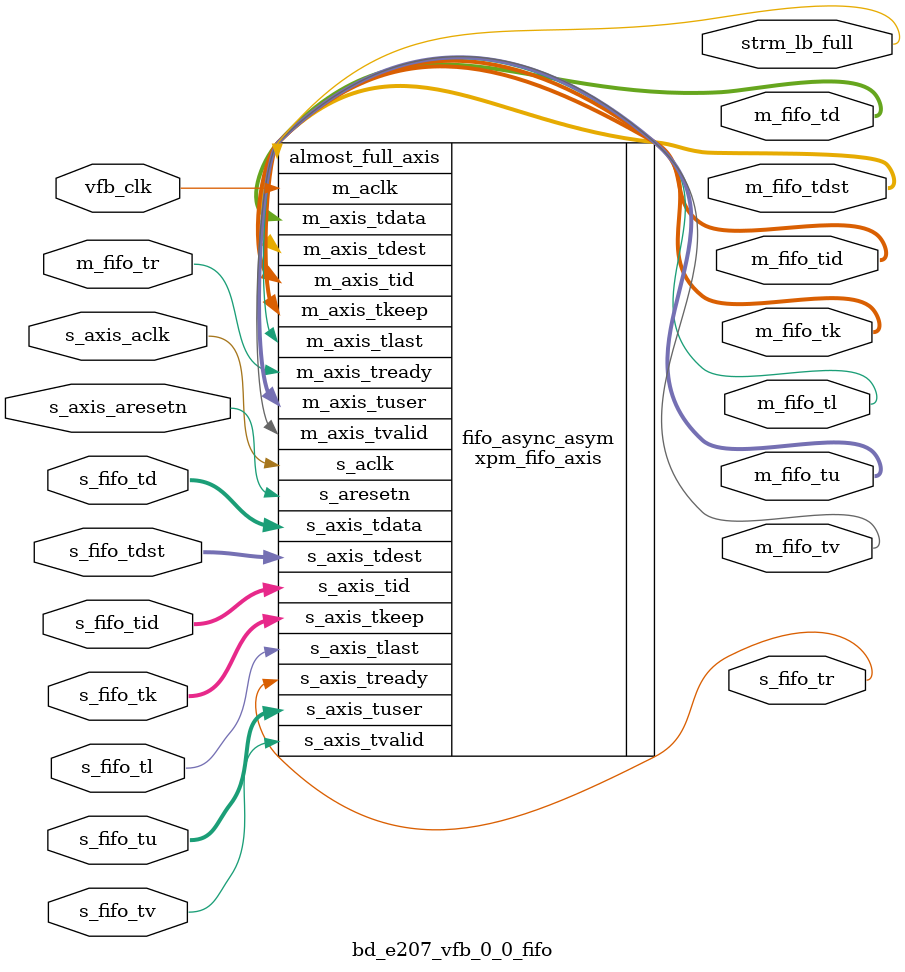
<source format=v>
`timescale 1ps/1ps
module bd_e207_vfb_0_0_fifo (
  input            s_axis_aclk    ,

  input         s_axis_aresetn ,
  input            vfb_clk        ,
  output    s_fifo_tr      ,
  input     s_fifo_tv      ,
  input      [64-1:0]  s_fifo_td      ,
  input [31:0]     s_fifo_tid    ,   
  input      [24-1:0]  s_fifo_tu      ,
  input      [31:0] s_fifo_tdst      ,
  input      [8-1:0] s_fifo_tk      ,
  input      s_fifo_tl      ,
  input     m_fifo_tr      ,
  output     m_fifo_tv      ,
  output   [64-1:0]   m_fifo_td      ,
  output [31:0]     m_fifo_tid    ,   
  output[ 31:0]     m_fifo_tdst    ,   
  output   [24-1:0]  m_fifo_tu      ,
  output    [8-1:0] m_fifo_tk      ,
  output      m_fifo_tl      ,
  output  strm_lb_full   
);

xpm_fifo_axis#(
      .CLOCKING_MODE("independent_clock"), // String
      .ECC_MODE("no_ecc"),            // String
      .FIFO_DEPTH(512),              // DECIMAL
      .FIFO_MEMORY_TYPE("block"),      // String
      .PACKET_FIFO("false"),          // String
      .PROG_EMPTY_THRESH(10),         // DECIMAL
      .PROG_FULL_THRESH(507),          // DECIMAL
      .RD_DATA_COUNT_WIDTH(1),        // DECIMAL
      .RELATED_CLOCKS(0),             // DECIMAL
      .SIM_ASSERT_CHK(0),             // DECIMAL; 0=disable simulation messages, 1=enable simulation messages
      .TDATA_WIDTH(64),               // DECIMAL
      .TDEST_WIDTH(32),                // DECIMAL
      .TID_WIDTH(32),                  // DECIMAL
      .TUSER_WIDTH(24),                // DECIMAL
      .USE_ADV_FEATURES("1008"),      // String
      .WR_DATA_COUNT_WIDTH(1)         // DECIMAL
 ) fifo_async_asym(
  .s_aclk            (s_axis_aclk    ),
  .s_aresetn         (s_axis_aresetn ),
  .m_aclk            (vfb_clk        ),
  .s_axis_tready     (s_fifo_tr      ),
  .s_axis_tvalid     (s_fifo_tv      ),
  .s_axis_tdata      (s_fifo_td      ),
  .s_axis_tid      ( s_fifo_tid      ),
  .s_axis_tuser      (s_fifo_tu      ),
  .s_axis_tdest      (s_fifo_tdst      ),
  .s_axis_tkeep      (s_fifo_tk      ),
  .s_axis_tlast      (s_fifo_tl      ),
  .m_axis_tready     (m_fifo_tr      ),
  .m_axis_tvalid     (m_fifo_tv      ),
  .m_axis_tdata      (m_fifo_td      ),
  .m_axis_tid        (m_fifo_tid      ),
  .m_axis_tdest      (m_fifo_tdst     ),
  .m_axis_tuser      (m_fifo_tu      ),
  .m_axis_tkeep      (m_fifo_tk      ),
  .m_axis_tlast      (m_fifo_tl      ),
  .almost_full_axis  (strm_lb_full   )
);
endmodule

</source>
